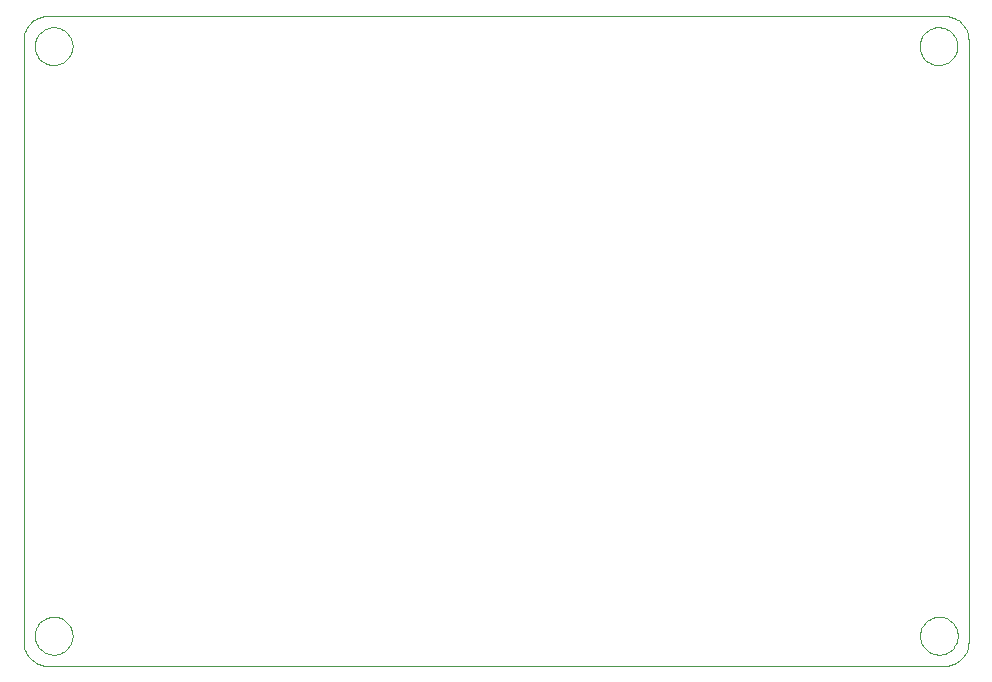
<source format=gm1>
G75*
G70*
%OFA0B0*%
%FSLAX24Y24*%
%IPPOS*%
%LPD*%
%AMOC8*
5,1,8,0,0,1.08239X$1,22.5*
%
%ADD10C,0.0000*%
D10*
X001047Y000260D02*
X030969Y000260D01*
X031023Y000262D01*
X031076Y000267D01*
X031129Y000276D01*
X031181Y000289D01*
X031233Y000305D01*
X031283Y000325D01*
X031331Y000348D01*
X031378Y000375D01*
X031423Y000404D01*
X031466Y000437D01*
X031506Y000472D01*
X031544Y000510D01*
X031579Y000550D01*
X031612Y000593D01*
X031641Y000638D01*
X031668Y000685D01*
X031691Y000733D01*
X031711Y000783D01*
X031727Y000835D01*
X031740Y000887D01*
X031749Y000940D01*
X031754Y000993D01*
X031756Y001047D01*
X031756Y021126D01*
X031754Y021180D01*
X031749Y021233D01*
X031740Y021286D01*
X031727Y021338D01*
X031711Y021390D01*
X031691Y021440D01*
X031668Y021488D01*
X031641Y021535D01*
X031612Y021580D01*
X031579Y021623D01*
X031544Y021663D01*
X031506Y021701D01*
X031466Y021736D01*
X031423Y021769D01*
X031378Y021798D01*
X031331Y021825D01*
X031283Y021848D01*
X031233Y021868D01*
X031181Y021884D01*
X031129Y021897D01*
X031076Y021906D01*
X031023Y021911D01*
X030969Y021913D01*
X030969Y021914D02*
X001047Y021914D01*
X001047Y021913D02*
X000993Y021911D01*
X000940Y021906D01*
X000887Y021897D01*
X000835Y021884D01*
X000783Y021868D01*
X000733Y021848D01*
X000685Y021825D01*
X000638Y021798D01*
X000593Y021769D01*
X000550Y021736D01*
X000510Y021701D01*
X000472Y021663D01*
X000437Y021623D01*
X000404Y021580D01*
X000375Y021535D01*
X000348Y021488D01*
X000325Y021440D01*
X000305Y021390D01*
X000289Y021338D01*
X000276Y021286D01*
X000267Y021233D01*
X000262Y021180D01*
X000260Y021126D01*
X000260Y001047D01*
X000262Y000993D01*
X000267Y000940D01*
X000276Y000887D01*
X000289Y000835D01*
X000305Y000783D01*
X000325Y000733D01*
X000348Y000685D01*
X000375Y000638D01*
X000404Y000593D01*
X000437Y000550D01*
X000472Y000510D01*
X000510Y000472D01*
X000550Y000437D01*
X000593Y000404D01*
X000638Y000375D01*
X000685Y000348D01*
X000733Y000325D01*
X000783Y000305D01*
X000835Y000289D01*
X000887Y000276D01*
X000940Y000267D01*
X000993Y000262D01*
X001047Y000260D01*
X000630Y001260D02*
X000632Y001310D01*
X000638Y001360D01*
X000648Y001409D01*
X000662Y001457D01*
X000679Y001504D01*
X000700Y001549D01*
X000725Y001593D01*
X000753Y001634D01*
X000785Y001673D01*
X000819Y001710D01*
X000856Y001744D01*
X000896Y001774D01*
X000938Y001801D01*
X000982Y001825D01*
X001028Y001846D01*
X001075Y001862D01*
X001123Y001875D01*
X001173Y001884D01*
X001222Y001889D01*
X001273Y001890D01*
X001323Y001887D01*
X001372Y001880D01*
X001421Y001869D01*
X001469Y001854D01*
X001515Y001836D01*
X001560Y001814D01*
X001603Y001788D01*
X001644Y001759D01*
X001683Y001727D01*
X001719Y001692D01*
X001751Y001654D01*
X001781Y001614D01*
X001808Y001571D01*
X001831Y001527D01*
X001850Y001481D01*
X001866Y001433D01*
X001878Y001384D01*
X001886Y001335D01*
X001890Y001285D01*
X001890Y001235D01*
X001886Y001185D01*
X001878Y001136D01*
X001866Y001087D01*
X001850Y001039D01*
X001831Y000993D01*
X001808Y000949D01*
X001781Y000906D01*
X001751Y000866D01*
X001719Y000828D01*
X001683Y000793D01*
X001644Y000761D01*
X001603Y000732D01*
X001560Y000706D01*
X001515Y000684D01*
X001469Y000666D01*
X001421Y000651D01*
X001372Y000640D01*
X001323Y000633D01*
X001273Y000630D01*
X001222Y000631D01*
X001173Y000636D01*
X001123Y000645D01*
X001075Y000658D01*
X001028Y000674D01*
X000982Y000695D01*
X000938Y000719D01*
X000896Y000746D01*
X000856Y000776D01*
X000819Y000810D01*
X000785Y000847D01*
X000753Y000886D01*
X000725Y000927D01*
X000700Y000971D01*
X000679Y001016D01*
X000662Y001063D01*
X000648Y001111D01*
X000638Y001160D01*
X000632Y001210D01*
X000630Y001260D01*
X000630Y020914D02*
X000632Y020964D01*
X000638Y021014D01*
X000648Y021063D01*
X000662Y021111D01*
X000679Y021158D01*
X000700Y021203D01*
X000725Y021247D01*
X000753Y021288D01*
X000785Y021327D01*
X000819Y021364D01*
X000856Y021398D01*
X000896Y021428D01*
X000938Y021455D01*
X000982Y021479D01*
X001028Y021500D01*
X001075Y021516D01*
X001123Y021529D01*
X001173Y021538D01*
X001222Y021543D01*
X001273Y021544D01*
X001323Y021541D01*
X001372Y021534D01*
X001421Y021523D01*
X001469Y021508D01*
X001515Y021490D01*
X001560Y021468D01*
X001603Y021442D01*
X001644Y021413D01*
X001683Y021381D01*
X001719Y021346D01*
X001751Y021308D01*
X001781Y021268D01*
X001808Y021225D01*
X001831Y021181D01*
X001850Y021135D01*
X001866Y021087D01*
X001878Y021038D01*
X001886Y020989D01*
X001890Y020939D01*
X001890Y020889D01*
X001886Y020839D01*
X001878Y020790D01*
X001866Y020741D01*
X001850Y020693D01*
X001831Y020647D01*
X001808Y020603D01*
X001781Y020560D01*
X001751Y020520D01*
X001719Y020482D01*
X001683Y020447D01*
X001644Y020415D01*
X001603Y020386D01*
X001560Y020360D01*
X001515Y020338D01*
X001469Y020320D01*
X001421Y020305D01*
X001372Y020294D01*
X001323Y020287D01*
X001273Y020284D01*
X001222Y020285D01*
X001173Y020290D01*
X001123Y020299D01*
X001075Y020312D01*
X001028Y020328D01*
X000982Y020349D01*
X000938Y020373D01*
X000896Y020400D01*
X000856Y020430D01*
X000819Y020464D01*
X000785Y020501D01*
X000753Y020540D01*
X000725Y020581D01*
X000700Y020625D01*
X000679Y020670D01*
X000662Y020717D01*
X000648Y020765D01*
X000638Y020814D01*
X000632Y020864D01*
X000630Y020914D01*
X030126Y020914D02*
X030128Y020964D01*
X030134Y021014D01*
X030144Y021063D01*
X030158Y021111D01*
X030175Y021158D01*
X030196Y021203D01*
X030221Y021247D01*
X030249Y021288D01*
X030281Y021327D01*
X030315Y021364D01*
X030352Y021398D01*
X030392Y021428D01*
X030434Y021455D01*
X030478Y021479D01*
X030524Y021500D01*
X030571Y021516D01*
X030619Y021529D01*
X030669Y021538D01*
X030718Y021543D01*
X030769Y021544D01*
X030819Y021541D01*
X030868Y021534D01*
X030917Y021523D01*
X030965Y021508D01*
X031011Y021490D01*
X031056Y021468D01*
X031099Y021442D01*
X031140Y021413D01*
X031179Y021381D01*
X031215Y021346D01*
X031247Y021308D01*
X031277Y021268D01*
X031304Y021225D01*
X031327Y021181D01*
X031346Y021135D01*
X031362Y021087D01*
X031374Y021038D01*
X031382Y020989D01*
X031386Y020939D01*
X031386Y020889D01*
X031382Y020839D01*
X031374Y020790D01*
X031362Y020741D01*
X031346Y020693D01*
X031327Y020647D01*
X031304Y020603D01*
X031277Y020560D01*
X031247Y020520D01*
X031215Y020482D01*
X031179Y020447D01*
X031140Y020415D01*
X031099Y020386D01*
X031056Y020360D01*
X031011Y020338D01*
X030965Y020320D01*
X030917Y020305D01*
X030868Y020294D01*
X030819Y020287D01*
X030769Y020284D01*
X030718Y020285D01*
X030669Y020290D01*
X030619Y020299D01*
X030571Y020312D01*
X030524Y020328D01*
X030478Y020349D01*
X030434Y020373D01*
X030392Y020400D01*
X030352Y020430D01*
X030315Y020464D01*
X030281Y020501D01*
X030249Y020540D01*
X030221Y020581D01*
X030196Y020625D01*
X030175Y020670D01*
X030158Y020717D01*
X030144Y020765D01*
X030134Y020814D01*
X030128Y020864D01*
X030126Y020914D01*
X030138Y001260D02*
X030140Y001310D01*
X030146Y001360D01*
X030156Y001409D01*
X030170Y001457D01*
X030187Y001504D01*
X030208Y001549D01*
X030233Y001593D01*
X030261Y001634D01*
X030293Y001673D01*
X030327Y001710D01*
X030364Y001744D01*
X030404Y001774D01*
X030446Y001801D01*
X030490Y001825D01*
X030536Y001846D01*
X030583Y001862D01*
X030631Y001875D01*
X030681Y001884D01*
X030730Y001889D01*
X030781Y001890D01*
X030831Y001887D01*
X030880Y001880D01*
X030929Y001869D01*
X030977Y001854D01*
X031023Y001836D01*
X031068Y001814D01*
X031111Y001788D01*
X031152Y001759D01*
X031191Y001727D01*
X031227Y001692D01*
X031259Y001654D01*
X031289Y001614D01*
X031316Y001571D01*
X031339Y001527D01*
X031358Y001481D01*
X031374Y001433D01*
X031386Y001384D01*
X031394Y001335D01*
X031398Y001285D01*
X031398Y001235D01*
X031394Y001185D01*
X031386Y001136D01*
X031374Y001087D01*
X031358Y001039D01*
X031339Y000993D01*
X031316Y000949D01*
X031289Y000906D01*
X031259Y000866D01*
X031227Y000828D01*
X031191Y000793D01*
X031152Y000761D01*
X031111Y000732D01*
X031068Y000706D01*
X031023Y000684D01*
X030977Y000666D01*
X030929Y000651D01*
X030880Y000640D01*
X030831Y000633D01*
X030781Y000630D01*
X030730Y000631D01*
X030681Y000636D01*
X030631Y000645D01*
X030583Y000658D01*
X030536Y000674D01*
X030490Y000695D01*
X030446Y000719D01*
X030404Y000746D01*
X030364Y000776D01*
X030327Y000810D01*
X030293Y000847D01*
X030261Y000886D01*
X030233Y000927D01*
X030208Y000971D01*
X030187Y001016D01*
X030170Y001063D01*
X030156Y001111D01*
X030146Y001160D01*
X030140Y001210D01*
X030138Y001260D01*
M02*

</source>
